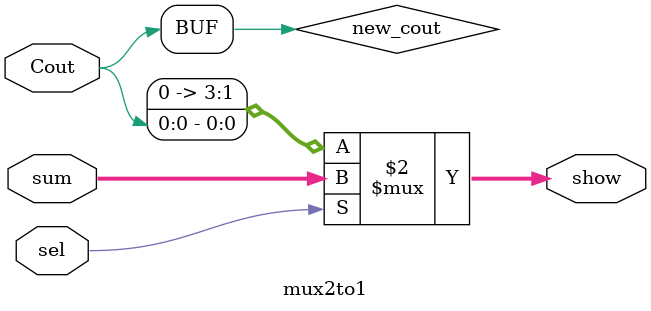
<source format=v>
`timescale 1ns / 1ps


module mux2to1(
    input [3:0] sum,
    input Cout,
    input sel,
    output [3:0] show
    );
    assign new_cout = {3'b0, Cout};
    assign show = sel?sum:new_cout;
    
endmodule

</source>
